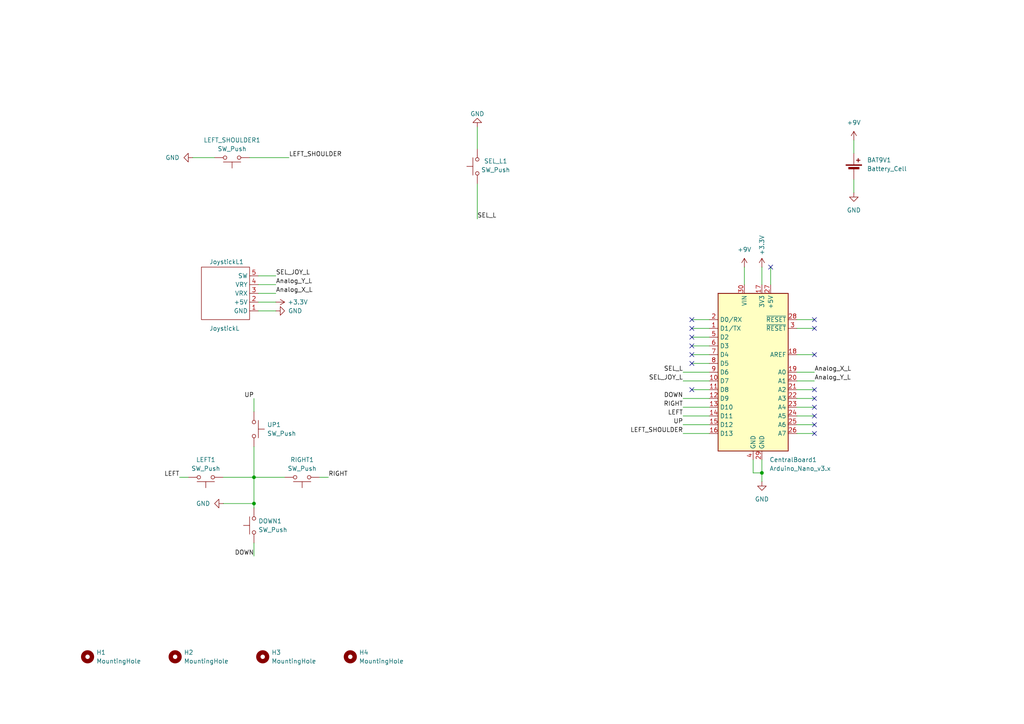
<source format=kicad_sch>
(kicad_sch (version 20231120) (generator "eeschema") (generator_version "8.0")
  (paper "A4")
  (title_block (title "Left Bluetooth Controller PCB") (date "2024-05-02") (rev "V01") (company "Instituto Superior Técnico") (comment 4 "Author: João Duarte"))
  (lib_symbols
    (symbol "Device:Battery_Cell" (pin_numbers hide) (pin_names (offset 0) hide)
      (property "Reference" "BT" (at 2.54 2.54 0))
      (property "Value" "Battery_Cell" (at 2.54 0 0))
      (symbol "Battery_Cell_0_1"
        (rectangle (start -2.286 1.778) (end 2.286 1.524) (fill (type outline)))
        (rectangle (start -1.524 1.016) (end 1.524 0.508) (fill (type outline)))
        (polyline (pts (xy 0 0.762) (xy 0 0)))
        (polyline (pts (xy 0 1.778) (xy 0 2.54)))
        (polyline (pts (xy 0.762 3.048) (xy 1.778 3.048)) (stroke (width 0.254)))
        (polyline (pts (xy 1.27 3.556) (xy 1.27 2.54)) (stroke (width 0.254)))
      )
      (symbol "Battery_Cell_1_1"
        (pin passive line (at 0 5.08 270) (length 2.54) (name "+") (number "1"))
        (pin passive line (at 0 -2.54 90) (length 2.54) (name "-") (number "2"))
      )
    )
    (symbol "Joystick:Joystick"
      (property "Reference" "U" (at -0.762 9.144 0))
      (symbol "Joystick_0_1"
        (rectangle (start -7.62 7.62) (end 6.35 -7.62))
      )
      (symbol "Joystick_1_1"
        (pin input line (at -10.16 5.08 0) (length 2.54) (name "GND") (number "1"))
        (pin input line (at -10.16 2.54 0) (length 2.54) (name "+5V") (number "2"))
        (pin output line (at -10.16 0 0) (length 2.54) (name "VRX") (number "3"))
        (pin output line (at -10.16 -2.54 0) (length 2.54) (name "VRY") (number "4"))
        (pin output line (at -10.16 -5.08 0) (length 2.54) (name "SW") (number "5"))
      )
    )
    (symbol "MCU_Module:Arduino_Nano_v3.x"
      (property "Reference" "A" (at -10.16 23.495 0))
      (property "Value" "Arduino_Nano_v3.x" (at 5.08 -24.13 0))
      (symbol "Arduino_Nano_v3.x_0_1"
        (rectangle (start -10.16 22.86) (end 10.16 -22.86) (stroke (width 0.254)) (fill (type background)))
      )
      (symbol "Arduino_Nano_v3.x_1_1"
        (pin bidirectional line (at -12.7 12.7 0) (length 2.54) (name "D1/TX") (number "1"))
        (pin bidirectional line (at -12.7 -2.54 0) (length 2.54) (name "D7") (number "10"))
        (pin bidirectional line (at -12.7 -5.08 0) (length 2.54) (name "D8") (number "11"))
        (pin bidirectional line (at -12.7 -7.62 0) (length 2.54) (name "D9") (number "12"))
        (pin bidirectional line (at -12.7 -10.16 0) (length 2.54) (name "D10") (number "13"))
        (pin bidirectional line (at -12.7 -12.7 0) (length 2.54) (name "D11") (number "14"))
        (pin bidirectional line (at -12.7 -15.24 0) (length 2.54) (name "D12") (number "15"))
        (pin bidirectional line (at -12.7 -17.78 0) (length 2.54) (name "D13") (number "16"))
        (pin power_out line (at 2.54 25.4 270) (length 2.54) (name "3V3") (number "17"))
        (pin input line (at 12.7 5.08 180) (length 2.54) (name "AREF") (number "18"))
        (pin bidirectional line (at 12.7 0 180) (length 2.54) (name "A0") (number "19"))
        (pin bidirectional line (at -12.7 15.24 0) (length 2.54) (name "D0/RX") (number "2"))
        (pin bidirectional line (at 12.7 -2.54 180) (length 2.54) (name "A1") (number "20"))
        (pin bidirectional line (at 12.7 -5.08 180) (length 2.54) (name "A2") (number "21"))
        (pin bidirectional line (at 12.7 -7.62 180) (length 2.54) (name "A3") (number "22"))
        (pin bidirectional line (at 12.7 -10.16 180) (length 2.54) (name "A4") (number "23"))
        (pin bidirectional line (at 12.7 -12.7 180) (length 2.54) (name "A5") (number "24"))
        (pin bidirectional line (at 12.7 -15.24 180) (length 2.54) (name "A6") (number "25"))
        (pin bidirectional line (at 12.7 -17.78 180) (length 2.54) (name "A7") (number "26"))
        (pin power_out line (at 5.08 25.4 270) (length 2.54) (name "+5V") (number "27"))
        (pin input line (at 12.7 15.24 180) (length 2.54) (name "~{RESET}") (number "28"))
        (pin power_in line (at 2.54 -25.4 90) (length 2.54) (name "GND") (number "29"))
        (pin input line (at 12.7 12.7 180) (length 2.54) (name "~{RESET}") (number "3"))
        (pin power_in line (at -2.54 25.4 270) (length 2.54) (name "VIN") (number "30"))
        (pin power_in line (at 0 -25.4 90) (length 2.54) (name "GND") (number "4"))
        (pin bidirectional line (at -12.7 10.16 0) (length 2.54) (name "D2") (number "5"))
        (pin bidirectional line (at -12.7 7.62 0) (length 2.54) (name "D3") (number "6"))
        (pin bidirectional line (at -12.7 5.08 0) (length 2.54) (name "D4") (number "7"))
        (pin bidirectional line (at -12.7 2.54 0) (length 2.54) (name "D5") (number "8"))
        (pin bidirectional line (at -12.7 0 0) (length 2.54) (name "D6") (number "9"))
      )
    )
    (symbol "Mechanical:MountingHole" (pin_names (offset 1.016)) (exclude_from_sim yes) (in_bom no)
      (property "Reference" "H" (at 0 5.08 0))
      (property "Value" "MountingHole" (at 0 3.175 0))
      (symbol "MountingHole_0_1"
        (circle (center 0 0) (radius 1.27) (stroke (width 1.27)))
      )
    )
    (symbol "Switch:SW_Push" (pin_numbers hide) (pin_names (offset 1.016) hide)
      (property "Reference" "SW" (at 1.27 2.54 0))
      (property "Value" "SW_Push" (at 0 -1.524 0))
      (symbol "SW_Push_0_1"
        (circle (center -2.032 0) (radius 0.508))
        (polyline (pts (xy 0 1.27) (xy 0 3.048)))
        (polyline (pts (xy 2.54 1.27) (xy -2.54 1.27)))
        (circle (center 2.032 0) (radius 0.508))
        (pin passive line (at -5.08 0 0) (length 2.54) (name "1") (number "1"))
        (pin passive line (at 5.08 0 180) (length 2.54) (name "2") (number "2"))
      )
    )
    (symbol "power:+3.3V" (power) (pin_numbers hide) (pin_names (offset 0) hide)
      (property "Value" "+3.3V" (at 0 3.556 0))
      (symbol "+3.3V_0_1"
        (polyline (pts (xy -0.762 1.27) (xy 0 2.54)))
        (polyline (pts (xy 0 0) (xy 0 2.54)))
        (polyline (pts (xy 0 2.54) (xy 0.762 1.27)))
      )
      (symbol "+3.3V_1_1"
        (pin power_in line (at 0 0 90) (length 0) (name "~") (number "1"))
      )
    )
    (symbol "power:+9V" (power) (pin_numbers hide) (pin_names (offset 0) hide)
      (property "Value" "+9V" (at 0 3.556 0))
      (symbol "+9V_0_1"
        (polyline (pts (xy -0.762 1.27) (xy 0 2.54)))
        (polyline (pts (xy 0 0) (xy 0 2.54)))
        (polyline (pts (xy 0 2.54) (xy 0.762 1.27)))
      )
      (symbol "+9V_1_1"
        (pin power_in line (at 0 0 90) (length 0) (name "~") (number "1"))
      )
    )
    (symbol "power:GND" (power) (pin_numbers hide) (pin_names (offset 0) hide)
      (property "Value" "GND" (at 0 -3.81 0))
      (symbol "GND_0_1"
        (polyline (pts (xy 0 0) (xy 0 -1.27) (xy 1.27 -1.27) (xy 0 -2.54) (xy -1.27 -1.27) (xy 0 -1.27)))
      )
      (symbol "GND_1_1"
        (pin power_in line (at 0 0 270) (length 0) (name "~") (number "1"))
      )
    )
  )
  (junction (at 220.98 137.16))
  (junction (at 73.66 138.43))
  (junction (at 73.66 146.05))
  (no_connect (at 200.66 105.41))
  (no_connect (at 200.66 97.79))
  (no_connect (at 223.52 77.47))
  (no_connect (at 236.22 123.19))
  (no_connect (at 236.22 125.73))
  (no_connect (at 200.66 102.87))
  (no_connect (at 236.22 92.71))
  (no_connect (at 200.66 100.33))
  (no_connect (at 200.66 95.25))
  (no_connect (at 236.22 120.65))
  (no_connect (at 236.22 113.03))
  (no_connect (at 236.22 118.11))
  (no_connect (at 236.22 102.87))
  (no_connect (at 236.22 115.57))
  (no_connect (at 200.66 92.71))
  (no_connect (at 200.66 113.03))
  (no_connect (at 236.22 95.25))
  (wire (pts (xy 80.01 82.55) (xy 74.93 82.55)))
  (wire (pts (xy 218.44 133.35) (xy 218.44 137.16)))
  (wire (pts (xy 73.66 157.48) (xy 73.66 161.29)))
  (wire (pts (xy 198.12 107.95) (xy 205.74 107.95)))
  (wire (pts (xy 231.14 125.73) (xy 236.22 125.73)))
  (wire (pts (xy 205.74 92.71) (xy 200.66 92.71)))
  (wire (pts (xy 231.14 92.71) (xy 236.22 92.71)))
  (wire (pts (xy 236.22 123.19) (xy 231.14 123.19)))
  (wire (pts (xy 205.74 97.79) (xy 200.66 97.79)))
  (wire (pts (xy 231.14 115.57) (xy 236.22 115.57)))
  (wire (pts (xy 74.93 90.17) (xy 80.01 90.17)))
  (wire (pts (xy 231.14 120.65) (xy 236.22 120.65)))
  (wire (pts (xy 64.77 138.43) (xy 73.66 138.43)))
  (wire (pts (xy 198.12 118.11) (xy 205.74 118.11)))
  (wire (pts (xy 200.66 100.33) (xy 205.74 100.33)))
  (wire (pts (xy 198.12 115.57) (xy 205.74 115.57)))
  (wire (pts (xy 205.74 95.25) (xy 200.66 95.25)))
  (wire (pts (xy 200.66 102.87) (xy 205.74 102.87)))
  (wire (pts (xy 231.14 95.25) (xy 236.22 95.25)))
  (wire (pts (xy 231.14 107.95) (xy 236.22 107.95)))
  (wire (pts (xy 73.66 129.54) (xy 73.66 138.43)))
  (wire (pts (xy 200.66 105.41) (xy 205.74 105.41)))
  (wire (pts (xy 52.07 138.43) (xy 54.61 138.43)))
  (wire (pts (xy 198.12 125.73) (xy 205.74 125.73)))
  (wire (pts (xy 198.12 123.19) (xy 205.74 123.19)))
  (wire (pts (xy 200.66 113.03) (xy 205.74 113.03)))
  (wire (pts (xy 247.65 52.07) (xy 247.65 55.88)))
  (wire (pts (xy 73.66 115.57) (xy 73.66 119.38)))
  (wire (pts (xy 72.39 45.72) (xy 83.82 45.72)))
  (wire (pts (xy 231.14 102.87) (xy 236.22 102.87)))
  (wire (pts (xy 198.12 110.49) (xy 205.74 110.49)))
  (wire (pts (xy 73.66 138.43) (xy 82.55 138.43)))
  (wire (pts (xy 138.43 36.83) (xy 138.43 43.18)))
  (wire (pts (xy 220.98 133.35) (xy 220.98 137.16)))
  (wire (pts (xy 73.66 146.05) (xy 73.66 147.32)))
  (wire (pts (xy 220.98 77.47) (xy 220.98 82.55)))
  (wire (pts (xy 138.43 53.34) (xy 138.43 63.5)))
  (wire (pts (xy 55.88 45.72) (xy 62.23 45.72)))
  (wire (pts (xy 247.65 40.64) (xy 247.65 44.45)))
  (wire (pts (xy 74.93 87.63) (xy 80.01 87.63)))
  (wire (pts (xy 198.12 120.65) (xy 205.74 120.65)))
  (wire (pts (xy 223.52 82.55) (xy 223.52 77.47)))
  (wire (pts (xy 92.71 138.43) (xy 95.25 138.43)))
  (wire (pts (xy 218.44 137.16) (xy 220.98 137.16)))
  (wire (pts (xy 64.77 146.05) (xy 73.66 146.05)))
  (wire (pts (xy 231.14 113.03) (xy 236.22 113.03)))
  (wire (pts (xy 73.66 138.43) (xy 73.66 146.05)))
  (wire (pts (xy 220.98 137.16) (xy 220.98 139.7)))
  (wire (pts (xy 80.01 85.09) (xy 74.93 85.09)))
  (wire (pts (xy 74.93 80.01) (xy 80.01 80.01)))
  (wire (pts (xy 231.14 118.11) (xy 236.22 118.11)))
  (wire (pts (xy 215.9 82.55) (xy 215.9 77.47)))
  (wire (pts (xy 231.14 110.49) (xy 236.22 110.49)))
  (label "RIGHT" (at 198.12 118.11 180))
  (label "Analog_X_L" (at 80.01 85.09 0))
  (label "SEL_L" (at 198.12 107.95 180))
  (label "Analog_Y_L" (at 80.01 82.55 0))
  (label "DOWN" (at 73.66 161.29 180))
  (label "Analog_Y_L" (at 236.22 110.49 0))
  (label "RIGHT" (at 95.25 138.43 0))
  (label "SEL_JOY_L" (at 80.01 80.01 0))
  (label "LEFT" (at 52.07 138.43 180))
  (label "Analog_X_L" (at 236.22 107.95 0))
  (label "UP" (at 73.66 115.57 180))
  (label "SEL_JOY_L" (at 198.12 110.49 180))
  (label "LEFT_SHOULDER" (at 83.82 45.72 0))
  (label "LEFT" (at 198.12 120.65 180))
  (label "UP" (at 198.12 123.19 180))
  (label "SEL_L" (at 138.43 63.5 0))
  (label "DOWN" (at 198.12 115.57 180))
  (label "LEFT_SHOULDER" (at 198.12 125.73 180))
  (symbol (lib_id "Mechanical:MountingHole") (at 101.6 190.5 0) (unit 1) (exclude_from_sim yes) (in_bom no)
    (property "Reference" "H4" (at 104.14 189.2299 0) (effects (justify left)))
    (property "Value" "MountingHole" (at 104.14 191.7699 0) (effects (justify left)))
    (property "Footprint" "MountingHole:MountingHole_3.2mm_M3" (effects (hide yes)))
    (property "Description" "Mounting Hole without connection" (effects (hide yes)))
  )
  (symbol (lib_id "power:GND") (at 138.43 36.83 180) (unit 1)
    (property "Reference" "#PWR09" (effects (hide yes)))
    (property "Value" "GND" (at 136.398 33.02 0) (effects (justify right)))
    (property "Description" "Power symbol creates a global label with name \"GND\" , ground" (effects (hide yes)))
  )
  (symbol (lib_id "power:GND") (at 64.77 146.05 270) (unit 1)
    (property "Reference" "#PWR02" (effects (hide yes)))
    (property "Value" "GND" (at 60.96 146.0499 90) (effects (justify right)))
    (property "Description" "Power symbol creates a global label with name \"GND\" , ground" (effects (hide yes)))
  )
  (symbol (lib_id "power:+9V") (at 215.9 77.47 0) (unit 1)
    (property "Reference" "#PWR03" (effects (hide yes)))
    (property "Value" "+9V" (at 215.9 72.39 0))
    (property "Description" "Power symbol creates a global label with name \"+9V\"" (effects (hide yes)))
  )
  (symbol (lib_id "Switch:SW_Push") (at 73.66 124.46 270) (unit 1)
    (property "Reference" "UP1" (at 77.47 123.1899 90) (effects (justify left)))
    (property "Value" "SW_Push" (at 77.47 125.7299 90) (effects (justify left)))
    (property "Footprint" "Button_Switch_THT:SW_PUSH_6mm" (effects (hide yes)))
    (property "Datasheet" "https://www.sunrom.com/download/434.pdf" (effects (hide yes)))
    (property "Description" "Push button switch, generic, two pins" (effects (hide yes)))
  )
  (symbol (lib_id "Switch:SW_Push") (at 138.43 48.26 90) (unit 1)
    (property "Reference" "SEL_L1" (at 143.764 46.736 90))
    (property "Value" "SW_Push" (at 143.764 49.276 90))
    (property "Footprint" "Button_Switch_THT:SW_PUSH_6mm" (effects (hide yes)))
    (property "Datasheet" "https://www.sunrom.com/download/434.pdf" (effects (hide yes)))
    (property "Description" "Push button switch, generic, two pins" (effects (hide yes)))
  )
  (symbol (lib_id "Switch:SW_Push") (at 73.66 152.4 90) (unit 1)
    (property "Reference" "DOWN1" (at 74.93 151.1299 90) (effects (justify right)))
    (property "Value" "SW_Push" (at 74.93 153.6699 90) (effects (justify right)))
    (property "Footprint" "Button_Switch_THT:SW_PUSH_6mm" (effects (hide yes)))
    (property "Datasheet" "https://www.sunrom.com/download/434.pdf" (effects (hide yes)))
    (property "Description" "Push button switch, generic, two pins" (effects (hide yes)))
  )
  (symbol (lib_id "Mechanical:MountingHole") (at 25.4 190.5 0) (unit 1) (exclude_from_sim yes) (in_bom no)
    (property "Reference" "H1" (at 27.94 189.2299 0) (effects (justify left)))
    (property "Value" "MountingHole" (at 27.94 191.7699 0) (effects (justify left)))
    (property "Footprint" "MountingHole:MountingHole_3.2mm_M3" (effects (hide yes)))
    (property "Description" "Mounting Hole without connection" (effects (hide yes)))
  )
  (symbol (lib_id "power:+3.3V") (at 80.01 87.63 270) (unit 1)
    (property "Reference" "#PWR07" (effects (hide yes)))
    (property "Value" "+3.3V" (at 86.36 87.63 90))
    (property "Description" "Power symbol creates a global label with name \"+3.3V\"" (effects (hide yes)))
  )
  (symbol (lib_id "Switch:SW_Push") (at 59.69 138.43 180) (unit 1)
    (property "Reference" "LEFT1" (at 59.69 133.35 0))
    (property "Value" "SW_Push" (at 59.69 135.89 0))
    (property "Footprint" "Button_Switch_THT:SW_PUSH_6mm" (effects (hide yes)))
    (property "Datasheet" "https://www.sunrom.com/download/434.pdf" (effects (hide yes)))
    (property "Description" "Push button switch, generic, two pins" (effects (hide yes)))
  )
  (symbol (lib_id "power:GND") (at 55.88 45.72 270) (unit 1)
    (property "Reference" "#PWR04" (effects (hide yes)))
    (property "Value" "GND" (at 52.07 45.7199 90) (effects (justify right)))
    (property "Description" "Power symbol creates a global label with name \"GND\" , ground" (effects (hide yes)))
  )
  (symbol (lib_id "Switch:SW_Push") (at 87.63 138.43 180) (unit 1)
    (property "Reference" "RIGHT1" (at 87.63 133.35 0))
    (property "Value" "SW_Push" (at 87.63 135.89 0))
    (property "Footprint" "Button_Switch_THT:SW_PUSH_6mm" (effects (hide yes)))
    (property "Datasheet" "https://www.sunrom.com/download/434.pdf" (effects (hide yes)))
    (property "Description" "Push button switch, generic, two pins" (effects (hide yes)))
  )
  (symbol (lib_id "Switch:SW_Push") (at 67.31 45.72 180) (unit 1)
    (property "Reference" "LEFT_SHOULDER1" (at 67.31 40.64 0))
    (property "Value" "SW_Push" (at 67.31 43.18 0))
    (property "Footprint" "Button_Switch_THT:SW_PUSH_6mm" (effects (hide yes)))
    (property "Datasheet" "https://www.sunrom.com/download/434.pdf" (effects (hide yes)))
    (property "Description" "Push button switch, generic, two pins" (effects (hide yes)))
  )
  (symbol (lib_id "Mechanical:MountingHole") (at 50.8 190.5 0) (unit 1) (exclude_from_sim yes) (in_bom no)
    (property "Reference" "H2" (at 53.34 189.2299 0) (effects (justify left)))
    (property "Value" "MountingHole" (at 53.34 191.7699 0) (effects (justify left)))
    (property "Footprint" "MountingHole:MountingHole_3.2mm_M3" (effects (hide yes)))
    (property "Description" "Mounting Hole without connection" (effects (hide yes)))
  )
  (symbol (lib_id "power:GND") (at 80.01 90.17 90) (unit 1)
    (property "Reference" "#PWR06" (effects (hide yes)))
    (property "Value" "GND" (at 83.566 90.17 90) (effects (justify right)))
    (property "Description" "Power symbol creates a global label with name \"GND\" , ground" (effects (hide yes)))
  )
  (symbol (lib_id "Joystick:Joystick") (at 64.77 85.09 180) (unit 1)
    (property "Reference" "JoystickL1" (at 60.706 75.946 0) (effects (justify right)))
    (property "Value" "JoystickL" (at 60.706 95.25 0) (effects (justify right)))
    (property "Footprint" "Controller:Joystick" (effects (hide yes)))
    (property "Datasheet" "https://datasheetspdf.com/pdf-down/K/Y/-/KY-023-Joy-IT.pdf" (effects (hide yes)))
  )
  (symbol (lib_id "Mechanical:MountingHole") (at 76.2 190.5 0) (unit 1) (exclude_from_sim yes) (in_bom no)
    (property "Reference" "H3" (at 78.74 189.2299 0) (effects (justify left)))
    (property "Value" "MountingHole" (at 78.74 191.7699 0) (effects (justify left)))
    (property "Footprint" "MountingHole:MountingHole_3.2mm_M3" (effects (hide yes)))
    (property "Description" "Mounting Hole without connection" (effects (hide yes)))
  )
  (symbol (lib_id "power:GND") (at 220.98 139.7 0) (unit 1)
    (property "Reference" "#PWR01" (effects (hide yes)))
    (property "Value" "GND" (at 220.98 144.78 0))
    (property "Description" "Power symbol creates a global label with name \"GND\" , ground" (effects (hide yes)))
  )
  (symbol (lib_id "power:+3.3V") (at 220.98 77.47 0) (unit 1)
    (property "Reference" "#PWR010" (effects (hide yes)))
    (property "Value" "+3.3V" (at 220.98 71.12 90))
    (property "Description" "Power symbol creates a global label with name \"+3.3V\"" (effects (hide yes)))
  )
  (symbol (lib_id "power:+9V") (at 247.65 40.64 0) (unit 1)
    (property "Reference" "#PWR08" (effects (hide yes)))
    (property "Value" "+9V" (at 247.65 35.56 0))
    (property "Description" "Power symbol creates a global label with name \"+9V\"" (effects (hide yes)))
  )
  (symbol (lib_id "MCU_Module:Arduino_Nano_v3.x") (at 218.44 107.95 0) (unit 1)
    (property "Reference" "CentralBoard1" (at 223.1741 133.35 0) (effects (justify left)))
    (property "Value" "Arduino_Nano_v3.x" (at 223.1741 135.89 0) (effects (justify left)))
    (property "Footprint" "Module:Arduino_Nano" (effects (hide yes)))
    (property "Datasheet" "https://docs.arduino.cc/resources/datasheets/ABX00083-datasheet.pdf" (effects (hide yes)))
    (property "Description" "Arduino Nano v3.x" (effects (hide yes)))
  )
  (symbol (lib_id "Device:Battery_Cell") (at 247.65 49.53 0) (unit 1)
    (property "Reference" "BAT9V1" (at 251.46 46.4184 0) (effects (justify left)))
    (property "Value" "Battery_Cell" (at 251.46 48.9584 0) (effects (justify left)))
    (property "Footprint" "Battery:BatteryHolder_MPD_BA9VPC_1xPP3" (effects (hide yes)))
    (property "Datasheet" "https://data.energizer.com/pdfs/522.pdf" (effects (hide yes)))
    (property "Description" "Single-cell battery" (effects (hide yes)))
  )
  (symbol (lib_id "power:GND") (at 247.65 55.88 0) (unit 1)
    (property "Reference" "#PWR05" (effects (hide yes)))
    (property "Value" "GND" (at 247.65 60.96 0))
    (property "Description" "Power symbol creates a global label with name \"GND\" , ground" (effects (hide yes)))
  )
)
</source>
